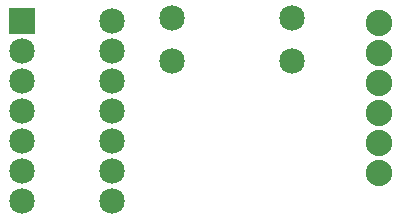
<source format=gbs>
G04 MADE WITH FRITZING*
G04 WWW.FRITZING.ORG*
G04 DOUBLE SIDED*
G04 HOLES PLATED*
G04 CONTOUR ON CENTER OF CONTOUR VECTOR*
%ASAXBY*%
%FSLAX23Y23*%
%MOIN*%
%OFA0B0*%
%SFA1.0B1.0*%
%ADD10C,0.088000*%
%ADD11C,0.085000*%
%ADD12R,0.085000X0.085000*%
%LNMASK0*%
G90*
G70*
G54D10*
X1301Y805D03*
X1301Y705D03*
X1301Y605D03*
X1301Y505D03*
X1301Y405D03*
X1301Y305D03*
G54D11*
X111Y813D03*
X411Y813D03*
X111Y713D03*
X411Y713D03*
X111Y613D03*
X411Y613D03*
X111Y513D03*
X411Y513D03*
X111Y413D03*
X411Y413D03*
X111Y313D03*
X411Y313D03*
X111Y213D03*
X411Y213D03*
X1011Y824D03*
X611Y824D03*
X1011Y679D03*
X611Y679D03*
G54D12*
X111Y813D03*
G04 End of Mask0*
M02*
</source>
